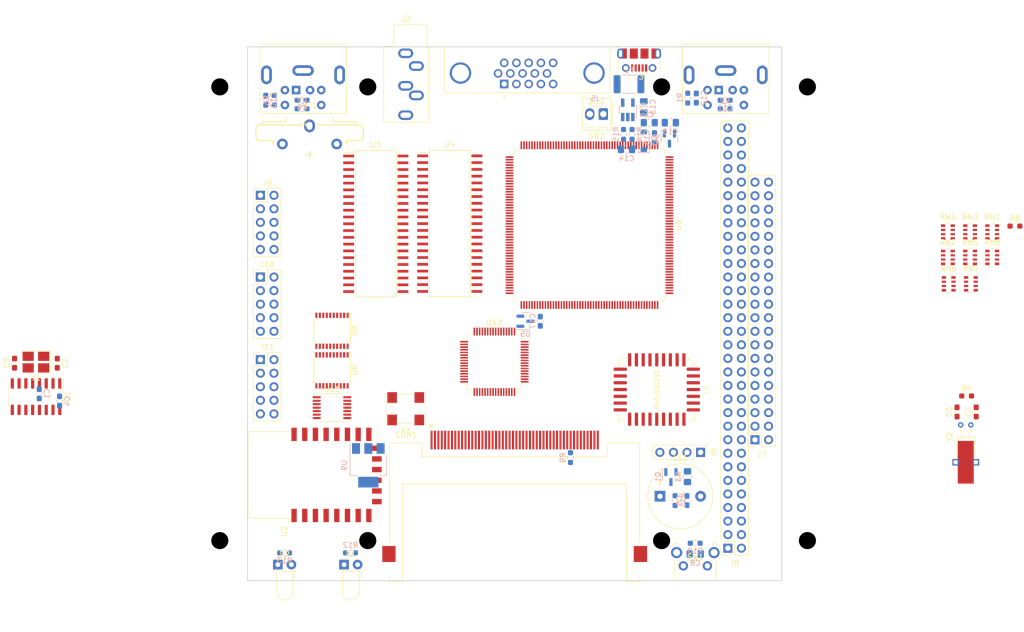
<source format=kicad_pcb>
(kicad_pcb (version 20210424) (generator pcbnew)
  (layers (0 "F.Cu" signal) (31 "B.Cu" signal) (34 "B.Paste" user) (35 "F.Paste" user) (36 "B.SilkS" user "B.Silkscreen") (37 "F.SilkS" user "F.Silkscreen") (38 "B.Mask" user) (39 "F.Mask" user) (44 "Edge.Cuts" user))
  (net 0 "")
  (net 1 "GND")
  (net 2 "Net-(C1-Pad2)")
  (net 3 "+5V")
  (net 4 "Net-(D2-Pad2)")
  (net 5 "/~RST")
  (net 6 "/USB_DM")
  (net 7 "/USB_DP")
  (net 8 "/DACK1")
  (net 9 "/DACK0")
  (net 10 "Net-(C5-Pad1)")
  (net 11 "Net-(C2-Pad1)")
  (net 12 "Net-(C3-Pad1)")
  (net 13 "Net-(D1-Pad2)")
  (net 14 "Net-(J6-Pad1)")
  (net 15 "Net-(J6-Pad2)")
  (net 16 "Net-(Q1-Pad1)")
  (net 17 "+BATT")
  (net 18 "Net-(F1-Pad2)")
  (net 19 "+3V3")
  (net 20 "Net-(C6-Pad1)")
  (net 21 "Net-(C7-Pad1)")
  (net 22 "/MEMW")
  (net 23 "/MEMR")
  (net 24 "/OWS")
  (net 25 "/REFRESH")
  (net 26 "/MEMCS16")
  (net 27 "/MASTER")
  (net 28 "/IOCS16")
  (net 29 "/DACK5")
  (net 30 "/TC")
  (net 31 "/IOCHRDY")
  (net 32 "/AEN")
  (net 33 "/SD8")
  (net 34 "/SD9")
  (net 35 "/SD10")
  (net 36 "/SD11")
  (net 37 "/SD12")
  (net 38 "/SD13")
  (net 39 "/SD14")
  (net 40 "/SD15")
  (net 41 "/KBSJ")
  (net 42 "/XD7")
  (net 43 "/XD6")
  (net 44 "/XD5")
  (net 45 "/XD4")
  (net 46 "/XD3")
  (net 47 "/BD15")
  (net 48 "/BD14")
  (net 49 "/BD13")
  (net 50 "/BD12")
  (net 51 "/BD11")
  (net 52 "/BD10")
  (net 53 "/BD9")
  (net 54 "/BD8")
  (net 55 "/BD7")
  (net 56 "/BD6")
  (net 57 "/BD5")
  (net 58 "/BD4")
  (net 59 "/BD3")
  (net 60 "/BD2")
  (net 61 "/BD1")
  (net 62 "/BD0")
  (net 63 "/XD2")
  (net 64 "/XD1")
  (net 65 "/XD0")
  (net 66 "/SD7")
  (net 67 "/SD6")
  (net 68 "/SD5")
  (net 69 "/SD4")
  (net 70 "/SD3")
  (net 71 "/SD2")
  (net 72 "/SD1")
  (net 73 "/SD0")
  (net 74 "/SA15")
  (net 75 "/SA14")
  (net 76 "/SA13")
  (net 77 "/SA12")
  (net 78 "/SA11")
  (net 79 "/SA10")
  (net 80 "/SA9")
  (net 81 "/SA8")
  (net 82 "/SA7")
  (net 83 "/SA6")
  (net 84 "/SA5")
  (net 85 "/SA4")
  (net 86 "/SA3")
  (net 87 "/SA2")
  (net 88 "/SA1")
  (net 89 "/SA0")
  (net 90 "/SPKR")
  (net 91 "/WEJ")
  (net 92 "/RASJ0")
  (net 93 "/MA0")
  (net 94 "/MA1")
  (net 95 "/MA2")
  (net 96 "/MA3")
  (net 97 "/MA4")
  (net 98 "/MA5")
  (net 99 "/MA6")
  (net 100 "/MA7")
  (net 101 "/MA8")
  (net 102 "/MA9")
  (net 103 "/CAS0J1")
  (net 104 "/CAS0J0")
  (net 105 "/CAS1J0")
  (net 106 "/CAS1J1")
  (net 107 "/RASJ1")
  (net 108 "/MSCLK")
  (net 109 "/KBCLK")
  (net 110 "/KBDAT")
  (net 111 "/MSDAT")
  (net 112 "Net-(C15-Pad1)")
  (net 113 "Net-(C15-Pad2)")
  (net 114 "Net-(R14-Pad2)")
  (net 115 "Net-(U2-Pad4)")
  (net 116 "Net-(U2-Pad7)")
  (net 117 "Net-(U2-Pad21)")
  (net 118 "Net-(U2-Pad22)")
  (net 119 "/LA23")
  (net 120 "/LA22")
  (net 121 "/LA21")
  (net 122 "/LA20")
  (net 123 "/LA19")
  (net 124 "/LA18")
  (net 125 "/LA17")
  (net 126 "-12V")
  (net 127 "+12V")
  (net 128 "/SMEMW")
  (net 129 "/IOW")
  (net 130 "/SMEMR")
  (net 131 "Net-(U2-Pad18)")
  (net 132 "/RESETL")
  (net 133 "/IRQ14")
  (net 134 "/IOR")
  (net 135 "/HDCS0")
  (net 136 "/HDCS1")
  (net 137 "Net-(J3-Pad1)")
  (net 138 "/~CF_BUSY")
  (net 139 "Net-(CON1-Pad46)")
  (net 140 "Net-(BT1-Pad1)")
  (net 141 "Net-(U11-Pad2)")
  (net 142 "Net-(U11-Pad3)")
  (net 143 "Net-(U11-Pad4)")
  (net 144 "Net-(U11-Pad5)")
  (footprint "Connector_PinHeader_2.54mm:PinHeader_2x05_P2.54mm_Vertical" (layer "F.Cu") (at 101.8 90.725)
    (fp_text reference "J10")
    (fp_text value "COM2")
  )
  (footprint "Crystal:Crystal_C38-LF_D3.0mm_L8.0mm_Horizontal_1EP_style2" (layer "F.Cu") (at 232.895 118.4234)
    (fp_text reference "Y2")
    (fp_text value "32768 Hz")
  )
  (footprint "RF_Module:ESP-12E" (layer "F.Cu") (at 111.6 127.8 90)
    (fp_text reference "U2")
    (fp_text value "ESP-12E")
  )
  (footprint "Package_SO:SOIC-16_3.9x9.9mm_P1.27mm" (layer "F.Cu") (at 59.8 113.1375 -90)
    (fp_text reference "U1")
    (fp_text value "CH340G")
  )
  (footprint "Package_SO:SSOP-20_4.4x6.5mm_P0.65mm" (layer "F.Cu") (at 115.2 108.2 -90)
    (fp_text reference "U6")
    (fp_text value "GD75232DB")
  )
  (footprint "Connector_PinSocket_2.54mm:PinSocket_2x32_P2.54mm_Vertical" (layer "F.Cu") (at 189.31 141.525 180)
    (fp_text reference "J8")
    (fp_text value "PC104")
  )
  (footprint "Resistor_SMD:R_0603_1608Metric_Pad0.98x0.95mm_HandSolder" (layer "F.Cu") (at 243.05 81.18)
    (fp_text reference "R8")
    (fp_text value "4.7k")
  )
  (footprint "my:MountingHole_3.2mm_M3_dk5.2mm_Mask" (layer "F.Cu") (at 204.2 140.1)
    (fp_text reference "H6" hide)
    (fp_text value "MountingHole")
  )
  (footprint "Package_SO:TSSOP-14_4.4x5mm_P0.65mm" (layer "F.Cu") (at 115.2 115.2)
    (fp_text reference "U11")
    (fp_text value "TXB0104PW")
  )
  (footprint "Button_Switch_THT:SW_Tactile_SPST_Angled_PTS645Vx83-2LFS" (layer "F.Cu") (at 185.475 144.8375 180)
    (fp_text reference "SW1")
    (fp_text value "SW_Push")
  )
  (footprint "Connector_Dsub:DSUB-15-HD_Female_Horizontal_P2.29x1.98mm_EdgePinOffset3.03mm_Housed_MountingHolesOffset4.94mm" (layer "F.Cu") (at 147.44 54.56 180)
    (fp_text reference "J5")
    (fp_text value "DB15_Female_HighDensity_MountingHoles")
  )
  (footprint "my:SOJ-42" (layer "F.Cu") (at 137.2 81.67)
    (fp_text reference "U4")
    (fp_text value "MSM5118160F-JS")
  )
  (footprint "Capacitor_SMD:C_0603_1608Metric_Pad1.08x0.95mm_HandSolder" (layer "F.Cu") (at 63.775 106.8625 -90)
    (fp_text reference "C2")
    (fp_text value "22p")
  )
  (footprint "my:MountingHole_3.2mm_M3_dk5.2mm_Mask" (layer "F.Cu") (at 176.9 140.1)
    (fp_text reference "H3" hide)
    (fp_text value "MountingHole")
  )
  (footprint "my:MountingHole_3.2mm_M3_dk5.2mm_Mask" (layer "F.Cu") (at 121.9 55.1)
    (fp_text reference "H1" hide)
    (fp_text value "MountingHole")
  )
  (footprint "Resistor_SMD:R_Array_Convex_4x0603" (layer "F.Cu") (at 234.65 82.3)
    (fp_text reference "RN3")
    (fp_text value "4.7k")
  )
  (footprint "my:SOJ-42" (layer "F.Cu") (at 123.35 81.7)
    (fp_text reference "U3")
    (fp_text value "MSM5118160F-JS")
  )
  (footprint "my:PLCC-32_11.4x14.0mm_P1.27mm-longpads" (layer "F.Cu") (at 176 111.8 -90)
    (fp_text reference "U7")
    (fp_text value "SST39SF040")
  )
  (footprint "Connector_USB:USB_Micro-B_Molex-105017-0001" (layer "F.Cu") (at 172.7 50.09 180)
    (fp_text reference "J3")
    (fp_text value "USB_B_Micro")
  )
  (footprint "Resistor_SMD:R_Array_Convex_4x0603" (layer "F.Cu") (at 230.5 87.05)
    (fp_text reference "RN2")
    (fp_text value "4.7k")
  )
  (footprint "Capacitor_SMD:C_0603_1608Metric_Pad1.08x0.95mm_HandSolder" (layer "F.Cu") (at 232.21 116 90)
    (fp_text reference "C6")
    (fp_text value "15p")
  )
  (footprint "LED_THT:LED_D3.0mm_Horizontal_O1.27mm_Z6.0mm" (layer "F.Cu") (at 117.46 144.6)
    (fp_text reference "D1")
    (fp_text value "LED")
  )
  (footprint "my:MountingHole_3.2mm_M3_dk5.2mm_Mask" (layer "F.Cu") (at 94.2 140.1)
    (fp_text reference "H7" hide)
    (fp_text value "MountingHole")
  )
  (footprint "Resistor_SMD:R_Array_Convex_4x0603" (layer "F.Cu") (at 234.8 92)
    (fp_text reference "RN7")
    (fp_text value "4.7k")
  )
  (footprint "Package_QFP:PQFP-208_28x28mm_P0.5mm" (layer "F.Cu") (at 163.4 81 -90)
    (fp_text reference "U5")
    (fp_text value "M6117D")
  )
  (footprint "Capacitor_SMD:C_0603_1608Metric_Pad1.08x0.95mm_HandSolder" (layer "F.Cu") (at 235.8 116 90)
    (fp_text reference "C7")
    (fp_text value "15p")
  )
  (footprint "Oscillator:Oscillator_SMD_SeikoEpson_SG8002CA-4Pin_7.0x5.0mm" (layer "F.Cu") (at 129 115.4 180)
    (fp_text reference "X1")
    (fp_text value "50 MHz")
  )
  (footprint "Resistor_SMD:R_Array_Convex_4x0603" (layer "F.Cu") (at 234.65 87.05)
    (fp_text reference "RN5")
    (fp_text value "330")
  )
  (footprint "Package_QFP:TQFP-64_10x10mm_P0.5mm" (layer "F.Cu") (at 145.6 106.6)
    (fp_text reference "U12")
    (fp_text value "XC9572XL-VQ64")
  )
  (footprint "Resistor_SMD:R_Array_Convex_4x0603" (layer "F.Cu") (at 230.5 82.3)
    (fp_text reference "RN4")
    (fp_text value "330")
  )
  (footprint "my:MountingHole_3.2mm_M3_dk5.2mm_Mask" (layer "F.Cu") (at 176.9 55.1)
    (fp_text reference "H2" hide)
    (fp_text value "MountingHole")
  )
  (footprint "Connector_Audio:Jack_3.5mm_CUI_SJ1-3535NG_Horizontal" (layer "F.Cu") (at 129 48.8)
    (fp_text reference "J2")
    (fp_text value "AudioJack3")
  )
  (footprint "my:TE_1734451-1-LONG" (layer "F.Cu") (at 149.4 121.2625)
    (fp_text reference "CON1")
    (fp_text value "CF-CARD-cfcard")
  )
  (footprint "my:MountingHole_3.2mm_M3_dk5.2mm_Mask" (layer "F.Cu") (at 204.2 55.1)
    (fp_text reference "H8" hide)
    (fp_text value "MountingHole")
  )
  (footprint "my:MountingHole_3.2mm_M3_dk5.2mm_Mask" (layer "F.Cu") (at 94.2 55.1)
    (fp_text reference "H5" hide)
    (fp_text value "MountingHole")
  )
  (footprint "Crystal:Crystal_SMD_SeikoEpson_TSX3225-4Pin_3.2x2.5mm_HandSoldering" (layer "F.Cu") (at 59.775 106.6625 180)
    (fp_text reference "Y1")
    (fp_text value "12 MHz")
  )
  (footprint "Resistor_SMD:R_Array_Convex_4x0603" (layer "F.Cu") (at 230.65 92)
    (fp_text reference "RN6")
    (fp_text value "4.7k")
  )
  (footprint "Connector_PinSocket_2.54mm:PinSocket_2x20_P2.54mm_Vertical" (layer "F.Cu") (at 194.385 121.21 180)
    (fp_text reference "J7")
    (fp_text value "PC104_16")
  )
  (footprint "Resistor_SMD:R_Array_Convex_4x0603" (layer "F.Cu") (at 238.8 82.3)
    (fp_text reference "RN1")
    (fp_text value "4.7k")
  )
  (footprint "my:MountingHole_3.2mm_M3_dk5.2mm_Mask" (layer "F.Cu") (at 121.9 140.1)
    (fp_text reference "H4" hide)
    (fp_text value "MountingHole")
  )
  (footprint "Connector_Molex:Molex_KK-254_AE-6410-02A_1x02_P2.54mm_Vertical" (layer "F.Cu") (at 166 60.2 180)
    (fp_text reference "SW2")
    (fp_text value "Jumper / Pin header 1x2 Pitch=2.54mm")
  )
  (footprint "LED_THT:LED_D3.0mm_Horizontal_O1.27mm_Z6.0mm" (layer "F.Cu") (at 105.06 144.6)
    (fp_text reference "D2")
    (fp_text value "LED")
  )
  (footprint "Connector_PinHeader_2.54mm:PinHeader_2x05_P2.54mm_Vertical" (layer "F.Cu") (at 101.8 75.405)
    (fp_text reference "J9")
    (fp_text value "COM1")
  )
  (footprint "Resistor_SMD:R_Array_Convex_4x0603" (layer "F.Cu") (at 238.8 87.05)
    (fp_text reference "RN8")
    (fp_text value "1k")
  )
  (footprint "4x1md:Connector_Mini-DIN_Female_6Pin_2rows" (layer "F.Cu") (at 108.49 55.7 180)
    (fp_text reference "J4")
    (fp_text value "Mini-DIN-6")
  )
  (footprint "Buzzer_Beeper:Buzzer_12x9.5RM7.6" (layer "F.Cu") (at 176.6 131.8)
    (fp_text reference "LS1")
    (fp_text value "Speaker")
  )
  (footprint "my:CR2032V" (layer "F.Cu") (at 105.92 65.8)
    (fp_text reference "BT1")
    (fp_text value "1775485-1 or S8401-46")
  )
  (footprint "Connector_PinHeader_2.54mm:PinHeader_1x04_P2.54mm_Vertical" (layer "F.Cu") (at 184.2 123.57 -90)
    (fp_text reference "J6")
    (fp_text value "Conn_01x04")
  )
  (footprint "Package_SO:SSOP-20_4.4x6.5mm_P0.65mm" (layer "F.Cu") (at 115.2 100.8 -90)
    (fp_text reference "U8")
    (fp_text value "GD75232DB")
  )
  (footprint "4x1md:Connector_Mini-DIN_Female_6Pin_2rows" (layer "F.Cu") (at 187.6 55.7 180)
    (fp_text reference "J1")
    (fp_text value "Mini-DIN-6")
  )
  (footprint "Capacitor_SMD:C_0603_1608Metric_Pad1.08x0.95mm_HandSolder" (layer "F.Cu") (at 55.775 106.8625 90)
    (fp_text reference "C3")
    (fp_text value "22p")
  )
  (footprint "Connector_PinHeader_2.54mm:PinHeader_2x05_P2.54mm_Vertical" (layer "F.Cu") (at 101.8 106.2)
    (fp_text reference "J11")
    (fp_text value "ESP")
  )
  (footprint "Resistor_SMD:R_0603_1608Metric_Pad0.98x0.95mm_HandSolder" (layer "F.Cu") (at 234.01 113)
    (fp_text reference "R4")
    (fp_text value "10M")
  )
  (footprint "Package_TO_SOT_SMD:SOT-23" (layer "B.Cu") (at 178.375 64.8 -90)
    (fp_text reference "D4")
    (fp_text value "BAT54S")
  )
  (footprint "Resistor_SMD:R_0805_2012Metric_Pad1.20x1.40mm_HandSolder" (layer "B.Cu") (at 181.75 128.13 -90)
    (fp_text reference "R3")
    (fp_text value "33")
  )
  (footprint "Fuse:Fuse_1812_4532Metric_Pad1.30x3.40mm_HandSolder" (layer "B.Cu") (at 170.8 54.6 180)
    (fp_text reference "F1")
    (fp_text value "2A")
  )
  (footprint "Inductor_SMD:L_0805_2012Metric_Pad1.15x1.40mm_HandSolder" (layer "B.Cu") (at 174.6 61.8 180)
    (fp_text reference "L1")
    (fp_text value "L")
  )
  (footprint "Capacitor_SMD:C_0603_1608Metric_Pad1.08x0.95mm_HandSolder" (layer "B.Cu") (at 181.65 132.6 -90)
    (fp_text reference "C5")
    (fp_text value "10n")
  )
  (footprint "Capacitor_SMD:C_0805_2012Metric_Pad1.18x1.45mm_HandSolder" (layer "B.Cu") (at 183.2 142.6)
    (fp_text reference "C8")
    (fp_text value "10u")
  )
  (footprint "Package_TO_SOT_SMD:SOT-223-3_TabPin2" (layer "B.Cu") (at 122 126 -90)
    (fp_text reference "U9")
    (fp_text value "AMS1117-3.3")
  )
  (footprint "Package_TO_SOT_SMD:SOT-23" (layer "B.Cu") (at 151.4 99)
    (fp_text reference "D5")
    (fp_text value "BAT54C")
  )
  (footprint "Diode_SMD:D_SOD-123" (layer "B.Cu") (at 173.575 65.2 90)
    (fp_text reference "D3")
    (fp_text value "MBR0520")
  )
  (footprint "Capacitor_SMD:C_0603_1608Metric_Pad1.08x0.95mm_HandSolder" (layer "B.Cu") (at 64.2 113.9375 90)
    (fp_text reference "C4")
    (fp_text value "100n")
  )
  (footprint "Capacitor_SMD:C_0603_1608Metric_Pad1.08x0.95mm_HandSolder" (layer "B.Cu") (at 60.4 112.6 90)
    (fp_text reference "C1")
    (fp_text value "10n")
  )
  (footprint "Resistor_SMD:R_0603_1608Metric_Pad0.98x0.95mm_HandSolder" (layer "B.Cu") (at 106.325 142.4125)
    (fp_text reference "R13")
    (fp_text value "470")
  )
  (footprint "Resistor_SMD:R_0603_1608Metric_Pad0.98x0.95mm_HandSolder" (layer "B.Cu") (at 169.775 64 -90)
    (fp_text reference "R15")
    (fp_text value "R")
  )
  (footprint "Resistor_SMD:R_0603_1608Metric_Pad0.98x0.95mm_HandSolder" (layer "B.Cu") (at 181.8 57.2 -90)
    (fp_text reference "R1")
    (fp_text value "4.7k")
  )
  (footprint "Capacitor_SMD:C_0603_1608Metric_Pad1.08x0.95mm_HandSolder" (layer "B.Cu") (at 109.6 57.6)
    (fp_text reference "C9")
    (fp_text value "47p")
  )
  (footprint "Resistor_SMD:R_0603_1608Metric_Pad0.98x0.95mm_HandSolder" (layer "B.Cu") (at 109.6 59.2 180)
    (fp_text reference "R7")
    (fp_text value "4.7k")
  )
  (footprint "Resistor_SMD:R_0603_1608Metric_Pad0.98x0.95mm_HandSolder" (layer "B.Cu") (at 179.42 132.6 90)
    (fp_text reference "R11")
    (fp_text value "1k")
  )
  (footprint "Capacitor_SMD:C_0603_1608Metric_Pad1.08x0.95mm_HandSolder" (layer "B.Cu") (at 188.8 57.6)
    (fp_text reference "C11")
    (fp_text value "47p")
  )
  (footprint "Resistor_SMD:R_0603_1608Metric_Pad0.98x0.95mm_HandSolder" (layer "B.Cu") (at 104.4 57.6 -90)
    (fp_text reference "R6")
    (fp_text value "4.7k")
  )
  (footprint "Resistor_SMD:R_0603_1608Metric_Pad0.98x0.95mm_HandSolder" (layer "B.Cu") (at 159.85 124.55 -90)
    (fp_text reference "R9")
    (fp_text value "4.7k")
  )
  (footprint "Capacitor_SMD:C_0603_1608Metric_Pad1.08x0.95mm_HandSolder" (layer "B.Cu") (at 154.2 99 -90)
    (fp_text reference "C17")
    (fp_text value "100n")
  )
  (footprint "Package_TO_SOT_SMD:SOT-23" (layer "B.Cu") (at 178.65 128.2 -90)
    (fp_text reference "Q1")
    (fp_text value "BC817")
  )
  (footprint "Capacitor_SMD:C_0805_2012Metric_Pad1.18x1.45mm_HandSolder" (layer "B.Cu") (at 173.575 58.8375 90)
    (fp_text reference "C13")
    (fp_text value "2.2u")
  )
  (footprint "Resistor_SMD:R_0603_1608Metric_Pad0.98x0.95mm_HandSolder" (layer "B.Cu") (at 171.375 64 90)
    (fp_text reference "R14")
    (fp_text value "R")
  )
  (footprint "Capacitor_SMD:C_0603_1608Metric_Pad1.08x0.95mm_HandSolder" (layer "B.Cu") (at 183.4 57.2 90)
    (fp_text reference "C12")
    (fp_text value "47p")
  )
  (footprint "Package_TO_SOT_SMD:SOT-23-5_HandSoldering" (layer "B.Cu") (at 170.575 59.4 90)
    (fp_text reference "U10")
    (fp_text value "LT1930")
  )
  (footprint "Capacitor_SMD:C_0805_2012Metric_Pad1.18x1.45mm_HandSolder" (layer "B.Cu") (at 170.3375 66.8)
    (fp_text reference "C14")
    (fp_text value "10u")
  )
  (footprint "Capacitor_SMD:C_0603_1608Metric_Pad1.08x0.95mm_HandSolder" (layer "B.Cu") (at 102.8 57.6 90)
    (fp_text reference "C10")
    (fp_text value "47p")
  )
  (footprint "Capacitor_SMD:C_0603_1608Metric_Pad1.08x0.95mm_HandSolder" (layer "B.Cu") (at 175.575 64.6 -90)
    (fp_text reference "C15")
    (fp_text value "100n")
  )
  (footprint "Resistor_SMD:R_0603_1608Metric_Pad0.98x0.95mm_HandSolder" (layer "B.Cu") (at 188.8 59.2 180)
    (fp_text reference "R2")
    (fp_text value "4.7k")
  )
  (footprint "Capacitor_SMD:C_0805_2012Metric_Pad1.18x1.45mm_HandSolder" (layer "B.Cu") (at 178.5375 61.8)
    (fp_text reference "C16")
    (fp_text value "1u")
  )
  (footprint "Resistor_SMD:R_0603_1608Metric_Pad0.98x0.95mm_HandSolder" (layer "B.Cu") (at 118.66 142.4 180)
    (fp_text reference "R12")
    (fp_text value "470")
  )
  (footprint "Resistor_SMD:R_0603_1608Metric_Pad0.98x0.95mm_HandSolder" (layer "B.Cu") (at 183.2 140.6)
    (fp_text reference "R10")
    (fp_text value "10k")
  )
  (gr_rect (start 99.4 47.6) (end 199.4 147.6) (layer "Edge.Cuts") (width 0.15) (fill none))
)
</source>
